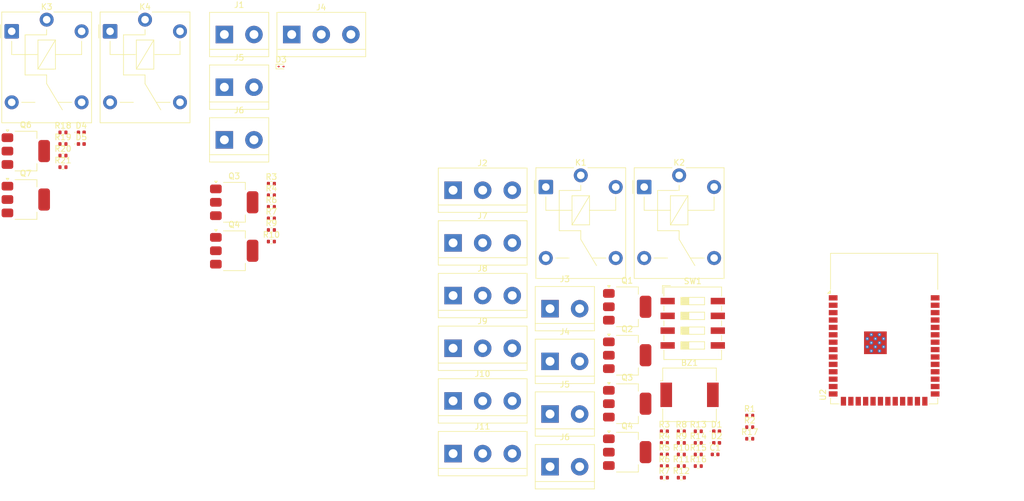
<source format=kicad_pcb>
(kicad_pcb (version 20240108) (generator "pcbnew") (generator_version "8.0")
  (layers (0 "F.Cu" signal) (31 "B.Cu" signal) (34 "B.Paste" user) (35 "F.Paste" user) (36 "B.SilkS" user "B.Silkscreen") (37 "F.SilkS" user "F.Silkscreen") (38 "B.Mask" user) (39 "F.Mask" user) (44 "Edge.Cuts" user))
  (net 0 "")
  (net 1 "Net-(BZ1--)")
  (net 2 "+5V")
  (net 3 "GND")
  (net 4 "Net-(D1-A)")
  (net 5 "Net-(D2-A)")
  (net 6 "Net-(J2-Pin_3)")
  (net 7 "Net-(J2-Pin_2)")
  (net 8 "PP")
  (net 9 "Net-(J4-Pin_1)")
  (net 10 "M2")
  (net 11 "M1")
  (net 12 "FTC")
  (net 13 "Net-(D4-A)")
  (net 14 "Net-(D5-A)")
  (net 18 "PP_M")
  (net 19 "KEYA_M")
  (net 20 "KEYC_M")
  (net 21 "/Board_Micro/to_Light")
  (net 22 "/Board_Micro/to_Buzzer")
  (net 24 "Net-(Q3-C)")
  (net 25 "Net-(Q4-C)")
  (net 26 "Net-(Q1-B)")
  (net 27 "Net-(Q2-B)")
  (net 28 "Net-(Q3-B)")
  (net 29 "Net-(Q4-B)")
  (net 30 "/Board_Micro/RST")
  (net 31 "VDD")
  (net 32 "KEYA")
  (net 33 "BZZR")
  (net 34 "Light")
  (net 35 "MC")
  (net 36 "MA")
  (net 37 "Net-(U1-D13)")
  (net 38 "Net-(U1-D12)")
  (net 39 "Net-(U1-D14)")
  (net 40 "Net-(U1-D27)")
  (net 77 "LSC_M")
  (net 78 "LSA_M")
  (net 79 "FTC_M")
  (net 80 "/Board_Micro/MOTOR_RIGHT")
  (net 81 "/Board_Micro/MOTOR_LEFT")
  (net 82 "/Board_Micro/motor_driver_rly/MOTOR_MICRO_L")
  (net 83 "Net-(Q6-C)")
  (net 84 "Net-(Q7-C)")
  (net 85 "/Board_Micro/motor_driver_rly/MOTOR_MICRO_R")
  (net 86 "Net-(Q6-B)")
  (net 87 "Net-(Q7-B)")
  (net 88 "Light_from_Micro")
  (net 89 "Bzzr_from_Micro")
  (footprint "TerminalBlock:TerminalBlock_bornier-2_P5.08mm" (layer "F.Cu") (at 65.28 53.1)
    (property "Reference" "J6" (at 2.54 -5.08 0) (layer "F.SilkS"))
    (property "Value" "Buzzer")
    (pad "1" thru_hole rect (at 0 0) (size 3 3) (drill 1.52) (layers "*.Cu" "*.Mask" "In1.Cu" "In2.Cu" "In3.Cu" "In4.Cu" "In5.Cu" "In6.Cu" "In7.Cu" "In8.Cu" "In9.Cu" "In10.Cu" "In11.Cu" "In12.Cu" "In13.Cu" "In14.Cu" "In15.Cu" "In16.Cu" "In17.Cu" "In18.Cu" "In19.Cu" "In20.Cu" "In21.Cu" "In22.Cu" "In23.Cu" "In24.Cu" "In25.Cu" "In26.Cu" "In27.Cu" "In28.Cu" "In29.Cu" "In30.Cu") (net 22 "/Board_Micro/to_Buzzer"))
    (pad "2" thru_hole circle (at 5.08 0) (size 3 3) (drill 1.52) (layers "*.Cu" "*.Mask" "In1.Cu" "In2.Cu" "In3.Cu" "In4.Cu" "In5.Cu" "In6.Cu" "In7.Cu" "In8.Cu" "In9.Cu" "In10.Cu" "In11.Cu" "In12.Cu" "In13.Cu" "In14.Cu" "In15.Cu" "In16.Cu" "In17.Cu" "In18.Cu" "In19.Cu" "In20.Cu" "In21.Cu" "In22.Cu" "In23.Cu" "In24.Cu" "In25.Cu" "In26.Cu" "In27.Cu" "In28.Cu" "In29.Cu" "In30.Cu") (net 31 "VDD"))
  )
  (footprint "Capacitor_SMD:C_0402_1005Metric" (layer "F.Cu") (at 149.505 107.14)
    (property "Reference" "C1" (at 0 -1.16 0) (layer "F.SilkS"))
    (property "Value" "22u")
    (pad "1" smd roundrect (at -0.48 0) (size 0.56 0.62) (layers "F.Cu" "F.Paste" "F.Mask") (net 2 "+5V"))
    (pad "2" smd roundrect (at 0.48 0) (size 0.56 0.62) (layers "F.Cu" "F.Paste" "F.Mask") (net 3 "GND"))
  )
  (footprint "Resistor_SMD:R_0402_1005Metric" (layer "F.Cu") (at 73.35 66.59)
    (property "Reference" "R7" (at 0 -1.17 0) (layer "F.SilkS"))
    (property "Value" "1k")
    (pad "1" smd roundrect (at -0.51 0) (size 0.54 0.64) (layers "F.Cu" "F.Paste" "F.Mask") (net 19 "KEYA_M"))
    (pad "2" smd roundrect (at 0.51 0) (size 0.54 0.64) (layers "F.Cu" "F.Paste" "F.Mask") (net 31 "VDD"))
  )
  (footprint "TerminalBlock:TerminalBlock_bornier-3_P5.08mm" (layer "F.Cu") (at 104.535 88.9)
    (property "Reference" "J9" (at 5.05 -4.65 0) (layer "F.SilkS"))
    (property "Value" "idk2")
    (pad "1" thru_hole rect (at 0 0) (size 3 3) (drill 1.52) (layers "*.Cu" "*.Mask" "In1.Cu" "In2.Cu" "In3.Cu" "In4.Cu" "In5.Cu" "In6.Cu" "In7.Cu" "In8.Cu" "In9.Cu" "In10.Cu" "In11.Cu" "In12.Cu" "In13.Cu" "In14.Cu" "In15.Cu" "In16.Cu" "In17.Cu" "In18.Cu" "In19.Cu" "In20.Cu" "In21.Cu" "In22.Cu" "In23.Cu" "In24.Cu" "In25.Cu" "In26.Cu" "In27.Cu" "In28.Cu" "In29.Cu" "In30.Cu"))
    (pad "2" thru_hole circle (at 5.08 0) (size 3 3) (drill 1.52) (layers "*.Cu" "*.Mask" "In1.Cu" "In2.Cu" "In3.Cu" "In4.Cu" "In5.Cu" "In6.Cu" "In7.Cu" "In8.Cu" "In9.Cu" "In10.Cu" "In11.Cu" "In12.Cu" "In13.Cu" "In14.Cu" "In15.Cu" "In16.Cu" "In17.Cu" "In18.Cu" "In19.Cu" "In20.Cu" "In21.Cu" "In22.Cu" "In23.Cu" "In24.Cu" "In25.Cu" "In26.Cu" "In27.Cu" "In28.Cu" "In29.Cu" "In30.Cu"))
    (pad "3" thru_hole circle (at 10.16 0) (size 3 3) (drill 1.52) (layers "*.Cu" "*.Mask" "In1.Cu" "In2.Cu" "In3.Cu" "In4.Cu" "In5.Cu" "In6.Cu" "In7.Cu" "In8.Cu" "In9.Cu" "In10.Cu" "In11.Cu" "In12.Cu" "In13.Cu" "In14.Cu" "In15.Cu" "In16.Cu" "In17.Cu" "In18.Cu" "In19.Cu" "In20.Cu" "In21.Cu" "In22.Cu" "In23.Cu" "In24.Cu" "In25.Cu" "In26.Cu" "In27.Cu" "In28.Cu" "In29.Cu" "In30.Cu"))
  )
  (footprint "Resistor_SMD:R_0402_1005Metric" (layer "F.Cu") (at 37.58 51.82)
    (property "Reference" "R18" (at 0 -1.17 0) (layer "F.SilkS"))
    (property "Value" "1k")
    (pad "1" smd roundrect (at -0.51 0) (size 0.54 0.64) (layers "F.Cu" "F.Paste" "F.Mask") (net 81 "/Board_Micro/MOTOR_LEFT"))
    (pad "2" smd roundrect (at 0.51 0) (size 0.54 0.64) (layers "F.Cu" "F.Paste" "F.Mask") (net 86 "Net-(Q6-B)"))
  )
  (footprint "Resistor_SMD:R_0402_1005Metric" (layer "F.Cu") (at 140.795 103.17)
    (property "Reference" "R3" (at 0 -1.17 0) (layer "F.SilkS"))
    (property "Value" "1k")
    (pad "1" smd roundrect (at -0.51 0) (size 0.54 0.64) (layers "F.Cu" "F.Paste" "F.Mask") (net 6 "Net-(J2-Pin_3)"))
    (pad "2" smd roundrect (at 0.51 0) (size 0.54 0.64) (layers "F.Cu" "F.Paste" "F.Mask") (net 32 "KEYA"))
  )
  (footprint "Resistor_SMD:R_0402_1005Metric" (layer "F.Cu") (at 37.58 55.8)
    (property "Reference" "R20" (at 0 -1.17 0) (layer "F.SilkS"))
    (property "Value" "1k")
    (pad "1" smd roundrect (at -0.51 0) (size 0.54 0.64) (layers "F.Cu" "F.Paste" "F.Mask") (net 80 "/Board_Micro/MOTOR_RIGHT"))
    (pad "2" smd roundrect (at 0.51 0) (size 0.54 0.64) (layers "F.Cu" "F.Paste" "F.Mask") (net 87 "Net-(Q7-B)"))
  )
  (footprint "TerminalBlock:TerminalBlock_bornier-2_P5.08mm" (layer "F.Cu") (at 65.28 44.05)
    (property "Reference" "J5" (at 2.54 -5.08 0) (layer "F.SilkS"))
    (property "Value" "Light")
    (pad "1" thru_hole rect (at 0 0) (size 3 3) (drill 1.52) (layers "*.Cu" "*.Mask" "In1.Cu" "In2.Cu" "In3.Cu" "In4.Cu" "In5.Cu" "In6.Cu" "In7.Cu" "In8.Cu" "In9.Cu" "In10.Cu" "In11.Cu" "In12.Cu" "In13.Cu" "In14.Cu" "In15.Cu" "In16.Cu" "In17.Cu" "In18.Cu" "In19.Cu" "In20.Cu" "In21.Cu" "In22.Cu" "In23.Cu" "In24.Cu" "In25.Cu" "In26.Cu" "In27.Cu" "In28.Cu" "In29.Cu" "In30.Cu") (net 21 "/Board_Micro/to_Light"))
    (pad "2" thru_hole circle (at 5.08 0) (size 3 3) (drill 1.52) (layers "*.Cu" "*.Mask" "In1.Cu" "In2.Cu" "In3.Cu" "In4.Cu" "In5.Cu" "In6.Cu" "In7.Cu" "In8.Cu" "In9.Cu" "In10.Cu" "In11.Cu" "In12.Cu" "In13.Cu" "In14.Cu" "In15.Cu" "In16.Cu" "In17.Cu" "In18.Cu" "In19.Cu" "In20.Cu" "In21.Cu" "In22.Cu" "In23.Cu" "In24.Cu" "In25.Cu" "In26.Cu" "In27.Cu" "In28.Cu" "In29.Cu" "In30.Cu") (net 31 "VDD"))
  )
  (footprint "Resistor_SMD:R_0402_1005Metric" (layer "F.Cu") (at 73.35 64.6)
    (property "Reference" "R6" (at 0 -1.17 0) (layer "F.SilkS"))
    (property "Value" "1k")
    (pad "1" smd roundrect (at -0.51 0) (size 0.54 0.64) (layers "F.Cu" "F.Paste" "F.Mask") (net 20 "KEYC_M"))
    (pad "2" smd roundrect (at 0.51 0) (size 0.54 0.64) (layers "F.Cu" "F.Paste" "F.Mask") (net 31 "VDD"))
  )
  (footprint "LED_SMD:LED_0402_1005Metric" (layer "F.Cu") (at 149.76 103.17)
    (property "Reference" "D1" (at 0 -1.17 0) (layer "F.SilkS"))
    (property "Value" "CLOSED LED")
    (pad "1" smd roundrect (at -0.485 0) (size 0.59 0.64) (layers "F.Cu" "F.Paste" "F.Mask") (net 3 "GND"))
    (pad "2" smd roundrect (at 0.485 0) (size 0.59 0.64) (layers "F.Cu" "F.Paste" "F.Mask") (net 4 "Net-(D1-A)"))
  )
  (footprint "TerminalBlock:TerminalBlock_bornier-3_P5.08mm" (layer "F.Cu") (at 104.535 61.75)
    (property "Reference" "J2" (at 5.05 -4.65 0) (layer "F.SilkS"))
    (property "Value" "KEY")
    (pad "1" thru_hole rect (at 0 0) (size 3 3) (drill 1.52) (layers "*.Cu" "*.Mask" "In1.Cu" "In2.Cu" "In3.Cu" "In4.Cu" "In5.Cu" "In6.Cu" "In7.Cu" "In8.Cu" "In9.Cu" "In10.Cu" "In11.Cu" "In12.Cu" "In13.Cu" "In14.Cu" "In15.Cu" "In16.Cu" "In17.Cu" "In18.Cu" "In19.Cu" "In20.Cu" "In21.Cu" "In22.Cu" "In23.Cu" "In24.Cu" "In25.Cu" "In26.Cu" "In27.Cu" "In28.Cu" "In29.Cu" "In30.Cu") (net 3 "GND"))
    (pad "2" thru_hole circle (at 5.08 0) (size 3 3) (drill 1.52) (layers "*.Cu" "*.Mask" "In1.Cu" "In2.Cu" "In3.Cu" "In4.Cu" "In5.Cu" "In6.Cu" "In7.Cu" "In8.Cu" "In9.Cu" "In10.Cu" "In11.Cu" "In12.Cu" "In13.Cu" "In14.Cu" "In15.Cu" "In16.Cu" "In17.Cu" "In18.Cu" "In19.Cu" "In20.Cu" "In21.Cu" "In22.Cu" "In23.Cu" "In24.Cu" "In25.Cu" "In26.Cu" "In27.Cu" "In28.Cu" "In29.Cu" "In30.Cu") (net 7 "Net-(J2-Pin_2)"))
    (pad "3" thru_hole circle (at 10.16 0) (size 3 3) (drill 1.52) (layers "*.Cu" "*.Mask" "In1.Cu" "In2.Cu" "In3.Cu" "In4.Cu" "In5.Cu" "In6.Cu" "In7.Cu" "In8.Cu" "In9.Cu" "In10.Cu" "In11.Cu" "In12.Cu" "In13.Cu" "In14.Cu" "In15.Cu" "In16.Cu" "In17.Cu" "In18.Cu" "In19.Cu" "In20.Cu" "In21.Cu" "In22.Cu" "In23.Cu" "In24.Cu" "In25.Cu" "In26.Cu" "In27.Cu" "In28.Cu" "In29.Cu" "In30.Cu") (net 6 "Net-(J2-Pin_3)"))
  )
  (footprint "Resistor_SMD:R_0402_1005Metric" (layer "F.Cu") (at 155.445 100.47)
    (property "Reference" "R1" (at 0 -1.17 0) (layer "F.SilkS"))
    (property "Value" "22k")
    (pad "1" smd roundrect (at -0.51 0) (size 0.54 0.64) (layers "F.Cu" "F.Paste" "F.Mask") (net 30 "/Board_Micro/RST"))
    (pad "2" smd roundrect (at 0.51 0) (size 0.54 0.64) (layers "F.Cu" "F.Paste" "F.Mask") (net 31 "VDD"))
  )
  (footprint "Resistor_SMD:R_0402_1005Metric" (layer "F.Cu") (at 146.615 107.15)
    (property "Reference" "R15" (at 0 -1.17 0) (layer "F.SilkS"))
    (property "Value" "1k")
    (pad "1" smd roundrect (at -0.51 0) (size 0.54 0.64) (layers "F.Cu" "F.Paste" "F.Mask") (net 32 "KEYA"))
    (pad "2" smd roundrect (at 0.51 0) (size 0.54 0.64) (layers "F.Cu" "F.Paste" "F.Mask") (net 39 "Net-(U1-D14)"))
  )
  (footprint "Resistor_SMD:R_0402_1005Metric" (layer "F.Cu") (at 146.615 105.16)
    (property "Reference" "R14" (at 0 -1.17 0) (layer "F.SilkS"))
    (property "Value" "1k")
    (pad "1" smd roundrect (at -0.51 0) (size 0.54 0.64) (layers "F.Cu" "F.Paste" "F.Mask") (net 32 "KEYA"))
    (pad "2" smd roundrect (at 0.51 0) (size 0.54 0.64) (layers "F.Cu" "F.Paste" "F.Mask") (net 38 "Net-(U1-D12)"))
  )
  (footprint "Resistor_SMD:R_0402_1005Metric" (layer "F.Cu") (at 155.445 104.45)
    (property "Reference" "R17" (at 0 -1.17 0) (layer "F.SilkS"))
    (property "Value" "1k")
    (pad "1" smd roundrect (at -0.51 0) (size 0.54 0.64) (layers "F.Cu" "F.Paste" "F.Mask") (net 78 "LSA_M"))
    (pad "2" smd roundrect (at 0.51 0) (size 0.54 0.64) (layers "F.Cu" "F.Paste" "F.Mask") (net 31 "VDD"))
  )
  (footprint "Resistor_SMD:R_0402_1005Metric" (layer "F.Cu") (at 143.705 109.14)
    (property "Reference" "R11" (at 0 -1.17 0) (layer "F.SilkS"))
    (property "Value" "1k")
    (pad "1" smd roundrect (at -0.51 0) (size 0.54 0.64) (layers "F.Cu" "F.Paste" "F.Mask") (net 36 "MA"))
    (pad "2" smd roundrect (at 0.51 0) (size 0.54 0.64) (layers "F.Cu" "F.Paste" "F.Mask") (net 29 "Net-(Q4-B)"))
  )
  (footprint "Resistor_SMD:R_0402_1005Metric" (layer "F.Cu") (at 143.705 105.16)
    (property "Reference" "R9" (at 0 -1.17 0) (layer "F.SilkS"))
    (property "Value" "220")
    (pad "1" smd roundrect (at -0.51 0) (size 0.54 0.64) (layers "F.Cu" "F.Paste" "F.Mask") (net 4 "Net-(D1-A)"))
    (pad "2" smd roundrect (at 0.51 0) (size 0.54 0.64) (layers "F.Cu" "F.Paste" "F.Mask") (net 35 "MC"))
  )
  (footprint "TerminalBlock:TerminalBlock_bornier-2_P5.08mm" (layer "F.Cu") (at 121.175 82.1)
    (property "Reference" "J3" (at 2.54 -5.08 0) (layer "F.SilkS"))
    (property "Value" "PP")
    (pad "1" thru_hole rect (at 0 0) (size 3 3) (drill 1.52) (layers "*.Cu" "*.Mask" "In1.Cu" "In2.Cu" "In3.Cu" "In4.Cu" "In5.Cu" "In6.Cu" "In7.Cu" "In8.Cu" "In9.Cu" "In10.Cu" "In11.Cu" "In12.Cu" "In13.Cu" "In14.Cu" "In15.Cu" "In16.Cu" "In17.Cu" "In18.Cu" "In19.Cu" "In20.Cu" "In21.Cu" "In22.Cu" "In23.Cu" "In24.Cu" "In25.Cu" "In26.Cu" "In27.Cu" "In28.Cu" "In29.Cu" "In30.Cu") (net 3 "GND"))
    (pad "2" thru_hole circle (at 5.08 0) (size 3 3) (drill 1.52) (layers "*.Cu" "*.Mask" "In1.Cu" "In2.Cu" "In3.Cu" "In4.Cu" "In5.Cu" "In6.Cu" "In7.Cu" "In8.Cu" "In9.Cu" "In10.Cu" "In11.Cu" "In12.Cu" "In13.Cu" "In14.Cu" "In15.Cu" "In16.Cu" "In17.Cu" "In18.Cu" "In19.Cu" "In20.Cu" "In21.Cu" "In22.Cu" "In23.Cu" "In24.Cu" "In25.Cu" "In26.Cu" "In27.Cu" "In28.Cu" "In29.Cu" "In30.Cu") (net 8 "PP"))
  )
  (footprint "Resistor_SMD:R_0402_1005Metric" (layer "F.Cu") (at 140.795 107.15)
    (property "Reference" "R5" (at 0 -1.17 0) (layer "F.SilkS"))
    (property "Value" "1k")
    (pad "1" smd roundrect (at -0.51 0) (size 0.54 0.64) (layers "F.Cu" "F.Paste" "F.Mask") (net 32 "KEYA"))
    (pad "2" smd roundrect (at 0.51 0) (size 0.54 0.64) (layers "F.Cu" "F.Paste" "F.Mask") (net 8 "PP"))
  )
  (footprint "Package_TO_SOT_SMD:SOT-223-3_TabPin2" (layer "F.Cu") (at 66.97 72.15)
    (property "Reference" "Q4" (at 0 -4.5 0) (layer "F.SilkS"))
    (property "Value" "PNP")
    (pad "1" smd roundrect (at -3.15 -2.3) (size 2 1.5) (layers "F.Cu" "F.Paste" "F.Mask") (net 29 "Net-(Q4-B)"))
    (pad "2" smd roundrect (at -3.15 0) (size 2 1.5) (layers "F.Cu" "F.Paste" "F.Mask") (net 22 "/Board_Micro/to_Buzzer"))
    (pad "2" smd roundrect (at 3.15 0) (size 2 3.8) (layers "F.Cu" "F.Paste" "F.Mask") (net 22 "/Board_Micro/to_Buzzer"))
    (pad "3" smd roundrect (at -3.15 2.3) (size 2 1.5) (layers "F.Cu" "F.Paste" "F.Mask") (net 3 "GND"))
  )
  (footprint "RF_Module:ESP32-S3-WROOM-1" (layer "F.Cu") (at 178.515 85.5)
    (property "Reference" "U2" (at -10.5 11.4 90) (layer "F.SilkS"))
    (property "Value" "ESP32-S3-WROOM-1")
    (pad "1" smd rect (at -8.75 -5.26) (size 1.5 0.9) (layers "F.Cu" "F.Paste" "F.Mask") (net 3 "GND"))
    (pad "2" smd rect (at -8.75 -3.99) (size 1.5 0.9) (layers "F.Cu" "F.Paste" "F.Mask") (net 31 "VDD"))
    (pad "3" smd rect (at -8.75 -2.72) (size 1.5 0.9) (layers "F.Cu" "F.Paste" "F.Mask") (net 30 "/Board_Micro/RST"))
    (pad "4" smd rect (at -8.75 -1.45) (size 1.5 0.9) (layers "F.Cu" "F.Paste" "F.Mask"))
    (pad "5" smd rect (at -8.75 -0.18) (size 1.5 0.9) (layers "F.Cu" "F.Paste" "F.Mask"))
    (pad "6" smd rect (at -8.75 1.09) (size 1.5 0.9) (layers "F.Cu" "F.Paste" "F.Mask"))
    (pad "7" smd rect (at -8.75 2.36) (size 1.5 0.9) (layers "F.Cu" "F.Paste" "F.Mask"))
    (pad "8" smd rect (at -8.75 3.63) (size 1.5 0.9) (layers "F.Cu" "F.Paste" "F.Mask"))
    (pad "9" smd rect (at -8.75 4.9) (size 1.5 0.9) (layers "F.Cu" "F.Paste" "F.Mask"))
    (pad "10" smd rect (at -8.75 6.17) (size 1.5 0.9) (layers "F.Cu" "F.Paste" "F.Mask"))
    (pad "11" smd rect (at -8.75 7.44) (size 1.5 0.9) (layers "F.Cu" "F.Paste" "F.Mask"))
    (pad "12" smd rect (at -8.75 8.71) (size 1.5 0.9) (layers "F.Cu" "F.Paste" "F.Mask"))
    (pad "13" smd rect (at -8.75 9.98) (size 1.5 0.9) (layers "F.Cu" "F.Paste" "F.Mask"))
    (pad "14" smd rect (at -8.75 11.25 180) (size 1.5 0.9) (layers "F.Cu" "F.Paste" "F.Mask"))
    (pad "15" smd rect (at -6.985 12.5 270) (size 1.5 0.9) (layers "F.Cu" "F.Paste" "F.Mask"))
    (pad "16" smd rect (at -5.715 12.5 270) (size 1.5 0.9) (layers "F.Cu" "F.Paste" "F.Mask"))
    (pad "17" smd rect (at -4.445 12.5 270) (size 1.5 0.9) (layers "F.Cu" "F.Paste" "F.Mask"))
    (pad "18" smd rect (at -3.175 12.5 270) (size 1.5 0.9) (layers "F.Cu" "F.Paste" "F.Mask"))
    (pad "19" smd rect (at -1.905 12.5 270) (size 1.5 0.9) (layers "F.Cu" "F.Paste" "F.Mask"))
    (pad "20" smd rect (at -0.635 12.5 270) (size 1.5 0.9) (layers "F.Cu" "F.Paste" "F.Mask"))
    (pad "21" smd rect (at 0.635 12.5 270) (size 1.5 0.9) (layers "F.Cu" "F.Paste" "F.Mask"))
    (pad "22" smd rect (at 1.905 12.5 270) (size 1.5 0.9) (layers "F.Cu" "F.Paste" "F.Mask"))
    (pad "23" smd rect (at 3.175 12.5 270) (size 1.5 0.9) (layers "F.Cu" "F.Paste" "F.Mask"))
    (pad "24" smd rect (at 4.445 12.5 270) (size 1.5 0.9) (layers "F.Cu" "F.Paste" "F.Mask"))
    (pad "25" smd rect (at 5.715 12.5 270) (size 1.5 0.9) (layers "F.Cu" "F.Paste" "F.Mask"))
    (pad "26" smd rect (at 6.985 12.5 270) (size 1.5 0.9) (layers "F.Cu" "F.Paste" "F.Mask"))
    (pad "27" smd rect (at 8.75 11.25) (size 1.5 0.9) (layers "F.Cu" "F.Paste" "F.Mask"))
    (pad "28" smd rect (at 8.75 9.98) (size 1.5 0.9) (layers "F.Cu" "F.Paste" "F.Mask"))
    (pad "29" smd rect (at 8.75 8.71) (size 1.5 0.9) (layers "F.Cu" "F.Paste" "F.Mask"))
    (pad "30" smd rect (at 8.75 7.44) (size 1.5 0.9) (layers "F.Cu" "F.Paste" "F.Mask"))
    (pad "31" smd rect (at 8.75 6.17) (size 1.5 0.9) (layers "F.Cu" "F.Paste" "F.Mask"))
    (pad "32" smd rect (at 8.75 4.9) (size 1.5 0.9) (layers "F.Cu" "F.Paste" "F.Mask"))
    (pad "33" smd rect (at 8.75 3.63) (size 1.5 0.9) (layers "F.Cu" "F.Paste" "F.Mask"))
    (pad "34" smd rect (at 8.75 2.36) (size 1.5 0.9) (layers "F.Cu" "F.Paste" "F.Mask"))
    (pad "35" smd rect (at 8.75 1.09) (size 1.5 0.9) (layers "F.Cu" "F.Paste" "F.Mask"))
    (pad "36" smd rect (at 8.75 -0.18) (size 1.5 0.9) (layers "F.Cu" "F.Paste" "F.Mask"))
    (pad "37" smd rect (at 8.75 -1.45) (size 1.5 0.9) (layers "F.Cu" "F.Paste" "F.Mask"))
    (pad "38" smd rect (at 8.75 -2.72) (size 1.5 0.9) (layers "F.Cu" "F.Paste" "F.Mask"))
    (pad "39" smd rect (at 8.75 -3.99) (size 1.5 0.9) (layers "F.Cu" "F.Paste" "F.Mask"))
    (pad "40" smd rect (at 8.75 -5.26) (size 1.5 0.9) (layers "F.Cu" "F.Paste" "F.Mask") (net 3 "GND"))
    (pad "41" thru_hole circle (at -2.9 1.76 90) (size 0.6 0.6) (drill 0.2) (property pad_prop_heatsink) (layers "*.Cu" "In1.Cu" "In2.Cu" "In3.Cu" "In4.Cu" "In5.Cu" "In6.Cu" "In7.Cu" "In8.Cu" "In9.Cu" "In10.Cu" "In11.Cu" "In12.Cu" "In13.Cu" "In14.Cu" "In15.Cu" "In16.Cu" "In17.Cu" "In18.Cu" "In19.Cu" "In20.Cu" "In21.Cu" "In22.Cu" "In23.Cu" "In24.Cu" "In25.Cu" "In26.Cu" "In27.Cu" "In28.Cu" "In29.Cu" "In30.Cu" "F.Mask") (net 3 "GND"))
    (pad "41" thru_hole circle (at -2.9 3.16) (size 0.6 0.6) (drill 0.2) (property pad_prop_heatsink) (layers "*.Cu" "In1.Cu" "In2.Cu" "In3.Cu" "In4.Cu" "In5.Cu" "In6.Cu" "In7.Cu" "In8.Cu" "In9.Cu" "In10.Cu" "In11.Cu" "In12.Cu" "In13.Cu" "In14.Cu" "In15.Cu" "In16.Cu" "In17.Cu" "In18.Cu" "In19.Cu" "In20.Cu" "In21.Cu" "In22.Cu" "In23.Cu" "In24.Cu" "In25.Cu" "In26.Cu" "In27.Cu" "In28.Cu" "In29.Cu" "In30.Cu" "F.Mask") (net 3 "GND"))
    (pad "41" thru_hole circle (at -2.2 1.06) (size 0.6 0.6) (drill 0.2) (property pad_prop_heatsink) (layers "*.Cu" "In1.Cu" "In2.Cu" "In3.Cu" "In4.Cu" "In5.Cu" "In6.Cu" "In7.Cu" "In8.Cu" "In9.Cu" "In10.Cu" "In11.Cu" "In12.Cu" "In13.Cu" "In14.Cu" "In15.Cu" "In16.Cu" "In17.Cu" "In18.Cu" "In19.Cu" "In20.Cu" "In21.Cu" "In22.Cu" "In23.Cu" "In24.Cu" "In25.Cu" "In26.Cu" "In27.Cu" "In28.Cu" "In29.Cu" "In30.Cu" "F.Mask") (net 3 "GND"))
    (pad "41" thru_hole circle (at -2.2 2.46) (size 0.6 0.6) (drill 0.2) (property pad_prop_heatsink) (layers "*.Cu" "In1.Cu" "In2.Cu" "In3.Cu" "In4.Cu" "In5.Cu" "In6.Cu" "In7.Cu" "In8.Cu" "In9.Cu" "In10.Cu" "In11.Cu" "In12.Cu" "In13.Cu" "In14.Cu" "In15.Cu" "In16.Cu" "In17.Cu" "In18.Cu" "In19.Cu" "In20.Cu" "In21.Cu" "In22.Cu" "In23.Cu" "In24.Cu" "In25.Cu" "In26.Cu" "In27.Cu" "In28.Cu" "In29.Cu" "In30.Cu" "F.Mask") (net 3 "GND"))
    (pad "41" thru_hole circle (at -2.2 3.86) (size 0.6 0.6) (drill 0.2) (property pad_prop_heatsink) (layers "*.Cu" "In1.Cu" "In2.Cu" "In3.Cu" "In4.Cu" "In5.Cu" "In6.Cu" "In7.Cu" "In8.Cu" "In9.Cu" "In10.Cu" "In11.Cu" "In12.Cu" "In13.Cu" "In14.Cu" "In15.Cu" "In16.Cu" "In17.Cu" "In18.Cu" "In19.Cu" "In20.Cu" "In21.Cu" "In22.Cu" "In23.Cu" "In24.Cu" "In25.Cu" "In26.Cu" "In27.Cu" "In28.Cu" "In29.Cu" "In30.Cu" "F.Mask") (net 3 "GND"))
    (pad "41" thru_hole circle (at -1.5 1.76) (size 0.6 0.6) (drill 0.2) (property pad_prop_heatsink) (layers "*.Cu" "In1.Cu" "In2.Cu" "In3.Cu" "In4.Cu" "In5.Cu" "In6.Cu" "In7.Cu" "In8.Cu" "In9.Cu" "In10.Cu" "In11.Cu" "In12.Cu" "In13.Cu" "In14.Cu" "In15.Cu" "In16.Cu" "In17.Cu" "In18.Cu" "In19.Cu" "In20.Cu" "In21.Cu" "In22.Cu" "In23.Cu" "In24.Cu" "In25.Cu" "In26.Cu" "In27.Cu" "In28.Cu" "In29.Cu" "In30.Cu" "F.Mask") (net 3 "GND"))
    (pad "41" smd rect (at -1.5 2.46 270) (size 3.9 3.9) (property pad_prop_heatsink) (layers "F.Cu" "F.Mask") (net 3 "GND"))
    (pad "41" thru_hole circle (at -1.5 3.16) (size 0.6 0.6) (drill 0.2) (property pad_prop_heatsink) (layers "*.Cu" "In1.Cu" "In2.Cu" "In3.Cu" "In4.Cu" "In5.Cu" "In6.Cu" "In7.Cu" "In8.Cu" "In9.Cu" "In10.Cu" "In11.Cu" "In12.Cu" "In13.Cu" "In14.Cu" "In15.Cu" "In16.Cu" "In17.Cu" "In18.Cu" "In19.Cu" "In20.Cu" "In21.Cu" "In22.Cu" "In23.Cu" "In24.Cu" "In25.Cu" "In26.Cu" "In27.Cu" "In28.Cu" "In29.Cu" "In30.Cu" "F.Mask") (net 3 "GND"))
    (pad "41" thru_hole circle (at -0.8 1.06) (size 0.6 0.6) (drill 0.2) (property pad_prop_heatsink) (layers "*.Cu" "In1.Cu" "In2.Cu" "In3.Cu" "In4.Cu" "In5.Cu" "In6.Cu" "In7.Cu" "In8.Cu" "In9.Cu" "In10.Cu" "In11.Cu" "In12.Cu" "In13.Cu" "In14.Cu" "In15.Cu" "In16.Cu" "In17.Cu" "In18.Cu" "In19.Cu" "In20.Cu" "In21.Cu" "In22.Cu" "In23.Cu" "In24.Cu" "In25.Cu" "In26.Cu" "In27.Cu" "In28.Cu" "In29.Cu" "In30.Cu" "F.Mask") (net 3 "GND"))
    (pad "41" thru_hole circle (at -0.8 2.46) (size 0.6 0.6) (drill 0.2) (property pad_prop_heatsink) (layers "*.Cu" "In1.Cu" "In2.Cu" "In3.Cu" "In4.Cu" "In5.Cu" "In6.Cu" "In7.Cu" "In8.Cu" "In9.Cu" "In10.Cu" "In11.Cu" "In12.Cu" "In13.Cu" "In14.Cu" "In15.Cu" "In16.Cu" "In17.Cu" "In18.Cu" "In19.Cu" "In20.Cu" "In21.Cu" "In22.Cu" "In23.Cu" "In24.Cu" "In25.Cu" "In26.Cu" "In27.Cu" "In28.Cu" "In29.Cu" "In30.Cu" "F.Mask") (net 3 "GND"))
    (pad "41" thru_hole circle (at -0.8 3.86) (size 0.6 0.6) (drill 0.2) (property pad_prop_heatsink) (layers "*.Cu" "In1.Cu" "In2.Cu" "In3.Cu" "In4.Cu" "In5.Cu" "In6.Cu" "In7.Cu" "In8.Cu" "In9.Cu" "In10.Cu" "In11.Cu" "In12.Cu" "In13.Cu" "In14.Cu" "In15.Cu" "In16.Cu" "In17.Cu" "In18.Cu" "In19.Cu" "In20.Cu" "In21.Cu" "In22.Cu" "In23.Cu" "In24.Cu" "In25.Cu" "In26.Cu" "In27.Cu" "In28.Cu" "In29.Cu" "In30.Cu" "F.Mask") (net 3 "GND"))
    (pad "41" thru_hole circle (at -0.1 1.76) (size 0.6 0.6) (drill 0.2) (property pad_prop_heatsink) (layers "*.Cu" "In1.Cu" "In2.Cu" "In3.Cu" "In4.Cu" "In5.Cu" "In6.Cu" "In7.Cu" "In8.Cu" "In9.Cu" "In10.Cu" "In11.Cu" "In12.Cu" "In13.Cu" "In14.Cu" "In15.Cu" "In16.Cu" "In17.Cu" "In18.Cu" "In19.Cu" "In20.Cu" "In21.Cu" "In22.Cu" "In23.Cu" "In24.Cu" "In25.Cu" "In26.Cu" "In27.Cu" "In28.Cu" "In29.Cu" "In30.Cu" "F.Mask") (net 3 "GND"))
    (pad "41" thru_hole circle (at -0.1 3.16) (size 0.6 0.6) (drill 0.2) (property pad_prop_heatsink) (layers "*.Cu" "In1.Cu" "In2.Cu" "In3.Cu" "In4.Cu" "In5.Cu" "In6.Cu" "In7.Cu" "In8.Cu" "In9.Cu" "In10.Cu" "In11.Cu" "In12.Cu" "In13.Cu" "In14.Cu" "In15.Cu" "In16.Cu" "In17.Cu" "In18.Cu" "In19.Cu" "In20.Cu" "In21.Cu" "In22.Cu" "In23.Cu" "In24.Cu" "In25.Cu" "In26.Cu" "In27.Cu" "In28.Cu" "In29.Cu" "In30.Cu" "F.Mask") (net 3 "GND"))
  )
  (footprint "Package_TO_SOT_SMD:SOT-223-3_TabPin2" (layer "F.Cu") (at 31.2 63.35)
    (property "Reference" "Q7" (at 0 -4.5 0) (layer "F.SilkS"))
    (property "Value" "PNP")
    (pad "1" smd roundrect (at -3.15 -2.3) (size 2 1.5) (layers "F.Cu" "F.Paste" "F.Mask") (net 87 "Net-(Q7-B)"))
    (pad "2" smd roundrect (at -3.15 0) (size 2 1.5) (layers "F.Cu" "F.Paste" "F.Mask") (net 84 "Net-(Q7-C)"))
    (pad "2" smd roundrect (at 3.15 0) (size 2 3.8) (layers "F.Cu" "F.Paste" "F.Mask") (net 84 "Net-(Q7-C)"))
    (pad "3" smd roundrect (at -3.15 2.3) (size 2 1.5) (layers "F.Cu" "F.Paste" "F.Mask") (net 3 "GND"))
  )
  (footprint "Resistor_SMD:R_0402_1005Metric" (layer "F.Cu") (at 146.615 109.14)
    (property "Reference" "R16" (at 0 -1.17 0) (layer "F.SilkS"))
    (property "Value" "1k")
    (pad "1" smd roundrect (at -0.51 0) (size 0.54 0.64) (layers "F.Cu" "F.Paste" "F.Mask") (net 32 "KEYA"))
    (pad "2" smd roundrect (at 0.51 0) (size 0.54 0.64) (layers "F.Cu" "F.Paste" "F.Mask") (net 40 "Net-(U1-D27)"))
  )
  (footprint "Resistor_SMD:R_0402_1005Metric" (layer "F.Cu") (at 140.795 111.13)
    (property "Reference" "R7" (at 0 -1.17 0) (layer "F.SilkS"))
    (property "Value" "1k")
    (pad "1" smd roundrect (at -0.51 0) (size 0.54 0.64) (layers "F.Cu" "F.Paste" "F.Mask") (net 34 "Light"))
    (pad "2" smd roundrect (at 0.51 0) (size 0.54 0.64) (layers "F.Cu" "F.Paste" "F.Mask") (net 27 "Net-(Q2-B)"))
  )
  (footprint "TerminalBlock:TerminalBlock_bornier-3_P5.08mm" (layer "F.Cu") (at 104.535 107)
    (property "Reference" "J11" (at 5.05 -4.65 0) (layer "F.SilkS"))
    (property "Value" "Motor")
    (pad "1" thru_hole rect (at 0 0) (size 3 3) (drill 1.52) (layers "*.Cu" "*.Mask" "In1.Cu" "In2.Cu" "In3.Cu" "In4.Cu" "In5.Cu" "In6.Cu" "In7.Cu" "In8.Cu" "In9.Cu" "In10.Cu" "In11.Cu" "In12.Cu" "In13.Cu" "In14.Cu" "In15.Cu" "In16.Cu" "In17.Cu" "In18.Cu" "In19.Cu" "In20.Cu" "In21.Cu" "In22.Cu" "In23.Cu" "In24.Cu" "In25.Cu" "In26.Cu" "In27.Cu" "In28.Cu" "In29.Cu" "In30.Cu") (net 80 "/Board_Micro/MOTOR_RIGHT"))
    (pad "2" thru_hole circle (at 5.08 0) (size 3 3) (drill 1.52) (layers "*.Cu" "*.Mask" "In1.Cu" "In2.Cu" "In3.Cu" "In4.Cu" "In5.Cu" "In6.Cu" "In7.Cu" "In8.Cu" "In9.Cu" "In10.Cu" "In11.Cu" "In12.Cu" "In13.Cu" "In14.Cu" "In15.Cu" "In16.Cu" "In17.Cu" "In18.Cu" "In19.Cu" "In20.Cu" "In21.Cu" "In22.Cu" "In23.Cu" "In24.Cu" "In25.Cu" "In26.Cu" "In27.Cu" "In28.Cu" "In29.Cu" "In30.Cu"))
    (pad "3" thru_hole circle (at 10.16 0) (size 3 3) (drill 1.52) (layers "*.Cu" "*.Mask" "In1.Cu" "In2.Cu" "In3.Cu" "In4.Cu" "In5.Cu" "In6.Cu" "In7.Cu" "In8.Cu" "In9.Cu" "In10.Cu" "In11.Cu" "In12.Cu" "In13.Cu" "In14.Cu" "In15.Cu" "In16.Cu" "In17.Cu" "In18.Cu" "In19.Cu" "In20.Cu" "In21.Cu" "In22.Cu" "In23.Cu" "In24.Cu" "In25.Cu" "In26.Cu" "In27.Cu" "In28.Cu" "In29.Cu" "In30.Cu") (net 81 "/Board_Micro/MOTOR_LEFT"))
  )
  (footprint "TerminalBlock:TerminalBlock_bornier-3_P5.08mm" (layer "F.Cu") (at 104.535 97.95)
    (property "Reference" "J10" (at 5.05 -4.65 0) (layer "F.SilkS"))
    (property "Value" "FTC")
    (pad "1" thru_hole rect (at 0 0) (size 3 3) (drill 1.52) (layers "*.Cu" "*.Mask" "In1.Cu" "In2.Cu" "In3.Cu" "In4.Cu" "In5.Cu" "In6.Cu" "In7.Cu" "In8.Cu" "In9.Cu" "In10.Cu" "In11.Cu" "In12.Cu" "In13.Cu" "In14.Cu" "In15.Cu" "In16.Cu" "In17.Cu" "In18.Cu" "In19.Cu" "In20.Cu" "In21.Cu" "In22.Cu" "In23.Cu" "In24.Cu" "In25.Cu" "In26.Cu" "In27.Cu" "In28.Cu" "In29.Cu" "In30.Cu") (net 31 "VDD"))
    (pad "2" thru_hole circle (at 5.08 0) (size 3 3) (drill 1.52) (layers "*.Cu" "*.Mask" "In1.Cu" "In2.Cu" "In3.Cu" "In4.Cu" "In5.Cu" "In6.Cu" "In7.Cu" "In8.Cu" "In9.Cu" "In10.Cu" "In11.Cu" "In12.Cu" "In13.Cu" "In14.Cu" "In15.Cu" "In16.Cu" "In17.Cu" "In18.Cu" "In19.Cu" "In20.Cu" "In21.Cu" "In22.Cu" "In23.Cu" "In24.Cu" "In25.Cu" "In26.Cu" "In27.Cu" "In28.Cu" "In29.Cu" "In30.Cu") (net 79 "FTC_M"))
    (pad "3" thru_hole circle (at 10.16 0) (size 3 3) (drill 1.52) (layers "*.Cu" "*.Mask" "In1.Cu" "In2.Cu" "In3.Cu" "In4.Cu" "In5.Cu" "In6.Cu" "In7.Cu" "In8.Cu" "In9.Cu" "In10.Cu" "In11.Cu" "In12.Cu" "In13.Cu" "In14.Cu" "In15.Cu" "In16.Cu" "In17.Cu" "In18.Cu" "In19.Cu" "In20.Cu" "In21.Cu" "In22.Cu" "In23.Cu" "In24.Cu" "In25.Cu" "In26.Cu" "In27.Cu" "In28.Cu" "In29.Cu" "In30.Cu") (net 3 "GND"))
  )
  (footprint "Resistor_SMD:R_0402_1005Metric" (layer "F.Cu") (at 73.35 68.58)
    (property "Reference" "R9" (at 0 -1.17 0) (layer "F.SilkS"))
    (property "Value" "1k")
    (pad "1" smd roundrect (at -0.51 0) (size 0.54 0.64) (layers "F.Cu" "F.Paste" "F.Mask") (net 88 "Light_from_Micro"))
    (pad "2" smd roundrect (at 0.51 0) (size 0.54 0.64) (layers "F.Cu" "F.Paste" "F.Mask") (net 28 "Net-(Q3-B)"))
  )
  (footprint "Package_TO_SOT_SMD:SOT-223-3_TabPin2" (layer "F.Cu") (at 31.2 55.025)
    (property "Reference" "Q6" (at 0 -4.5 0) (layer "F.SilkS"))
    (property "Value" "PNP")
    (pad "1" smd roundrect (at -3.15 -2.3) (size 2 1.5) (layers "F.Cu" "F.Paste" "F.Mask") (net 86 "Net-(Q6-B)"))
    (pad "2" smd roundrect (at -3.15 0) (size 2 1.5) (layers "F.Cu" "F.Paste" "F.Mask") (net 83 "Net-(Q6-C)"))
    (pad "2" smd roundrect (at 3.15 0) (size 2 3.8) (layers "F.Cu" "F.Paste" "F.Mask") (net 83 "Net-(Q6-C)"))
    (pad "3" smd roundrect (at -3.15 2.3) (size 2 1.5) (layers "F.Cu" "F.Paste" "F.Mask") (net 3 "GND"))
  )
  (footprint "Resistor_SMD:R_0402_1005Metric" (layer "F.Cu") (at 143.705 107.15)
    (property "Reference" "R10" (at 0 -1.17 0) (layer "F.SilkS"))
    (property "Value" "1k")
    (pad "1" smd roundrect (at -0.51 0) (size 0.54 0.64) (layers "F.Cu" "F.Paste" "F.Mask") (net 35 "MC"))
    (pad "2" smd roundrect (at 0.51 0) (size 0.54 0.64) (layers "F.Cu" "F.Paste" "F.Mask") (net 28 "Net-(Q3-B)"))
  )
  (footprint "LED_SMD:LED_0402_1005Metric" (layer "F.Cu") (at 40.725 53.81)
    (property "Reference" "D5" (at 0 -1.17 0) (layer "F.SilkS"))
    (property "Value" "OPEN LED")
    (pad "1" smd roundrect (at -0.485 0) (size 0.59 0.64) (layers "F.Cu" "F.Paste" "F.Mask") (net 3 "GND"))
    (pad "2" smd roundrect (at 0.485 0) (size 0.59 0.64) (layers "F.Cu" "F.Paste" "F.Mask") (net 14 "Net-(D5-A)"))
  )
  (footprint "Resistor_SMD:R_0402_1005Metric" (layer "F.Cu") (at 143.705 103.17)
    (property "Reference" "R8" (at 0 -1.17 0) (layer "F.SilkS"))
    (property "Value" "1k")
    (pad "1" smd roundrect (at -0.51 0) (size 0.54 0.64) (layers "F.Cu" "F.Paste" "F.Mask") (net 32 "KEYA"))
    (pad "2" smd roundrect (at 0.51 0) (size 0.54 0.64) (layers "F.Cu" "F.Paste" "F.Mask") (net 12 "FTC"))
  )
  (footprint "Resistor_SMD:R_0402_1005Metric" (layer "F.Cu") (at 37.58 53.81)
    (property "Reference" "R19" (at 0 -1.17 0) (layer "F.SilkS"))
    (property "Value" "220")
    (pad "1" smd roundrect (at -0.51 0) (size 0.54 0.64) (layers "F.Cu" "F.Paste" "F.Mask") (net 13 "Net-(D4-A)"))
    (pad "2" smd roundrect (at 0.51 0) (size 0.54 0.64) (layers "F.Cu" "F.Paste" "F.Mask") (net 81 "/Board_Micro/MOTOR_LEFT"))
  )
  (footprint "LED_SMD:LED_0402_1005Metric" (layer "F.Cu") (at 40.725 51.82)
    (property "Reference" "D4" (at 0 -1.17 0) (layer "F.SilkS"))
    (property "Value" "CLOSED LED")
    (pad "1" smd roundrect (at -0.485 0) (size 0.59 0.64) (layers "F.Cu" "F.Paste" "F.Mask") (net 3 "GND"))
    (pad "2" smd roundrect (at 0.485 0) (size 0.59 0.64) (layers "F.Cu" "F.Paste" "F.Mask") (net 13 "Net-(D4-A)"))
  )
  (footprint "Resistor_SMD:R_0402_1005Metric" (layer "F.Cu") (at 155.445 102.46)
    (property "Reference" "R2" (at 0 -1.17 0) (layer "F.SilkS"))
    (property "Value" "1k")
    (pad "1" smd roundrect (at -0.51 0) (size 0.54 0.64) (layers "F.Cu" "F.Paste" "F.Mask") (net 31 "VDD"))
    (pad "2" smd roundrect (at 0.51 0) (size 0.54 0.64) (layers "F.Cu" "F.Paste" "F.Mask") (net 77 "LSC_M"))
  )
  (footprint "Resistor_SMD:R_0402_1005Metric" (layer "F.Cu") (at 140.795 105.16)
    (property "Reference" "R4" (at 0 -1.17 0) (layer "F.SilkS"))
    (property "Value" "1k")
    (pad "1" smd roundrect (at -0.51 0) (size 0.54 0.64) (layers "F.Cu" "F.Paste" "F.Mask") (net 32 "KEYA"))
    (pad "2" smd roundrect (at 0.51 0) (size 0.54 0.64) (layers "F.Cu" "F.Paste" "F.Mask") (net 7 "Net-(J2-Pin_2)"))
  )
  (footprint "Resistor_SMD:R_0402_1005Metric" (layer "F.Cu") (at 73.35 60.62)
    (property "Reference" "R3" (at 0 -1.17 0) (layer "F.SilkS"))
    (property "Value" "1k")
    (pad "1" smd roundrect (at -0.51 0) (size 0.54 0.64) (layers "F.Cu" "F.Paste" "F.Mask") (net 18 "PP_M"))
    (pad "2" smd roundrect (at 0.51 0) (size 0.54 0.64) (layers "F.Cu" "F.Paste" "F.Mask") (net 31 "VDD"))
  )
  (footprint "Buzzer_Beeper:Buzzer_CUI_CPT-9019S-SMT" (layer "F.Cu") (at 145.115 96.9)
    (property "Reference" "BZ1" (at 0 -5.5 0) (layer "F.SilkS"))
    (property "Value" "Buzzer")
    (pad "1" smd rect (at -4 0) (size 2 4.2) (layers "F.Cu" "F.Paste" "F.Mask") (net 2 "+5V"))
    (pad "2" smd rect (at 4 0) (size 2 4.2) (layers "F.Cu" "F.Paste" "F.Mask") (net 1 "Net-(BZ1--)"))
  )
  (footprint "TerminalBlock:TerminalBlock_bornier-2_P5.08mm" (layer "F.Cu") (at 65.28 35)
    (property "Reference" "J1" (at 2.54 -5.08 0) (layer "F.SilkS"))
    (property "Value" "PP")
    (pad "1" thru_hole rect (at 0 0) (size 3 3) (drill 1.52) (layers "*.Cu" "*.Mask" "In1.Cu" "In2.Cu" "In3.Cu" "In4.Cu" "In5.Cu" "In6.Cu" "In7.Cu" "In8.Cu" "In9.Cu" "In10.Cu" "In11.Cu" "In12.Cu" "In13.Cu" "In14.Cu" "In15.Cu" "In16.Cu" "In17.Cu" "In18.Cu" "In19.Cu" "In20.Cu" "In21.Cu" "In22.Cu" "In23.Cu" "In24.Cu" "In25.Cu" "In26.Cu" "In27.Cu" "In28.Cu" "In29.Cu" "In30.Cu") (net 18 "PP_M"))
    (pad "2" thru_hole circle (at 5.08 0) (size 3 3) (drill 1.52) (layers "*.Cu" "*.Mask" "In1.Cu" "In2.Cu" "In3.Cu" "In4.Cu" "In5.Cu" "In6.Cu" "In7.Cu" "In8.Cu" "In9.Cu" "In10.Cu" "In11.Cu" "In12.Cu" "In13.Cu" "In14.Cu" "In15.Cu" "In16.Cu" "In17.Cu" "In18.Cu" "In19.Cu" "In20.Cu" "In21.Cu" "In22.Cu" "In23.Cu" "In24.Cu" "In25.Cu" "In26.Cu" "In27.Cu" "In28.Cu" "In29.Cu" "In30.Cu") (net 3 "GND"))
  )
  (footprint "Relay_THT:Relay_SPDT_Finder_36.11" (layer "F.Cu") (at 28.785 34.45)
    (property "Reference" "K3" (at 6 -4.2 0) (layer "F.SilkS"))
    (property "Value" "Relay 2")
    (pad "11" thru_hole circle (at 6 -2) (size 2.4 2.4) (drill 1.3) (layers "*.Cu" "*.Mask" "In1.Cu" "In2.Cu" "In3.Cu" "In4.Cu" "In5.Cu" "In6.Cu" "In7.Cu" "In8.Cu" "In9.Cu" "In10.Cu" "In11.Cu" "In12.Cu" "In13.Cu" "In14.Cu" "In15.Cu" "In16.Cu" "In17.Cu" "In18.Cu" "In19.Cu" "In20.Cu" "In21.Cu" "In22.Cu" "In23.Cu" "In24.Cu" "In25.Cu" "In26.Cu" "In27.Cu" "In28.Cu" "In29.Cu" "In30.Cu") (net 82 "/Board_Micro/motor_driver_rly/MOTOR_MICRO_L") (clearance 0.2))
    (pad "12" thru_hole circle (at 12 12.2) (size 2.4 2.4) (drill 1.3) (layers "*.Cu" "*.Mask" "In1.Cu" "In2.Cu" "In3.Cu" "In4.Cu" "In5.Cu" "In6.Cu" "In7.Cu" "In8.Cu" "In9.Cu" "In10.Cu" "In11.Cu" "In12.Cu" "In13.Cu" "In14.Cu" "In15.Cu" "In16.Cu" "In17.Cu" "In18.Cu" "In19.Cu" "In20.Cu" "In21.Cu" "In22.Cu" "In23.Cu" "In24.Cu" "In25.Cu" "In26.Cu" "In27.Cu" "In28.Cu" "In29.Cu" "In30.Cu") (net 31 "VDD"))
    (pad "14" thru_hole circle (at 0 12.2) (size 2.4 2.4) (drill 1.3) (layers "*.Cu" "*.Mask" "In1.Cu" "In2.Cu" "In3.Cu" "In4.Cu" "In5.Cu" "In6.Cu" "In7.Cu" "In8.Cu" "In9.Cu" "In10.Cu" "In11.Cu" "In12.Cu" "In13.Cu" "In14.Cu" "In15.Cu" "In16.Cu" "In17.Cu" "In18.Cu" "In19.Cu" "In20.Cu" "In21.Cu" "In22.Cu" "In23.Cu" "In24.Cu" "In25.Cu" "In26.Cu" "In27.Cu" "In28.Cu" "In29.Cu" "In30.Cu") (net 3 "GND"))
    (pad "A1" thru_hole roundrect (at 0 0) (size 2.5 2.5) (drill 1.3) (layers "*.Cu" "*.Mask" "In1.Cu" "In2.Cu" "In3.Cu" "In4.Cu" "In5.Cu" "In6.Cu" "In7.Cu" "In8.Cu" "In9.Cu" "In10.Cu" "In11.Cu" "In12.Cu" "In13.Cu" "In14.Cu" "In15.Cu" "In16.Cu" "In17.Cu" "In18.Cu" "In19.Cu" "In20.Cu" "In21.Cu" "In22.Cu" "In23.Cu" "In24.Cu" "In25.Cu" "In26.Cu" "In27.Cu" "In28.Cu" "In29.Cu" "In30.Cu") (roundrect_rratio 0.1) (net 31 "VDD"))
    (pad "A2" thru_hole circle (at 12 0) (size 2.4 2.4) (drill 1.3) (layers "*.Cu" "*.Mask" "In1.Cu" "In2.Cu" "In3.Cu" "In4.Cu" "In5.Cu" "In6.Cu" "In7.Cu" "In8.Cu" "In9.Cu" "In10.Cu" "In11.Cu" "In12.Cu" "In13.Cu" "In14.Cu" "In15.Cu" "In16.Cu" "In17.Cu" "In18.Cu" "In19.Cu" "In20.Cu" "In21.Cu" "In22.Cu" "In23.Cu" "In24.Cu" "In25.Cu" "In26.Cu" "In27.Cu" "In28.Cu" "In29.Cu" "In30.Cu") (net 83 "Net-(Q6-C)"))
  )
  (footprint "TerminalBlock:TerminalBlock_bornier-3_P5.08mm" (layer "F.Cu") (at 104.535 79.85)
    (property "Reference" "J8" (at 5.05 -4.65 0) (layer "F.SilkS"))
    (property "Value" "Limit Switch")
    (pad "1" thru_hole rect (at 0 0) (size 3 3) (drill 1.52) (layers "*.Cu" "*.Mask" "In1.Cu" "In2.Cu" "In3.Cu" "In4.Cu" "In5.Cu" "In6.Cu" "In7.Cu" "In8.Cu" "In9.Cu" "In10.Cu" "In11.Cu" "In12.Cu" "In13.Cu" "In14.Cu" "In15.Cu" "In16.Cu" "In17.Cu" "In18.Cu" "In19.Cu" "In20.Cu" "In21.Cu" "In22.Cu" "In23.Cu" "In24.Cu" "In25.Cu" "In26.Cu" "In27.Cu" "In28.Cu" "In29.Cu" "In30.Cu") (net 78 "LSA_M"))
    (pad "2" thru_hole circle (at 5.08 0) (size 3 3) (drill 1.52) (layers "*.Cu" "*.Mask" "In1.Cu" "In2.Cu" "In3.Cu" "In4.Cu" "In5.Cu" "In6.Cu" "In7.Cu" "In8.Cu" "In9.Cu" "In10.Cu" "In11.Cu" "In12.Cu" "In13.Cu" "In14.Cu" "In15.Cu" "In16.Cu" "In17.Cu" "In18.Cu" "In19.Cu" "In20.Cu" "In21.Cu" "In22.Cu" "In23.Cu" "In24.Cu" "In25.Cu" "In26.Cu" "In27.Cu" "In28.Cu" "In29.Cu" "In30.Cu") (net 3 "GND"))
    (pad "3" thru_hole circle (at 10.16 0) (size 3 3) (drill 1.52) (layers "*.Cu" "*.Mask" "In1.Cu" "In2.Cu" "In3.Cu" "In4.Cu" "In5.Cu" "In6.Cu" "In7.Cu" "In8.Cu" "In9.Cu" "In10.Cu" "In11.Cu" "In12.Cu" "In13.Cu" "In14.Cu" "In15.Cu" "In16.Cu" "In17.Cu" "In18.Cu" "In19.Cu" "In20.Cu" "In21.Cu" "In22.Cu" "In23.Cu" "In24.Cu" "In25.Cu" "In26.Cu" "In27.Cu" "In28.Cu" "In29.Cu" "In30.Cu") (net 77 "LSC_M"))
  )
  (footprint "Resistor_SMD:R_0402_1005Metric" (layer "F.Cu") (at 146.615 103.17)
    (property "Reference" "R13" (at 0 -1.17 0) (layer "F.SilkS"))
    (property "Value" "1k")
    (pad "1" smd roundrect (at -0.51 0) (size 0.54 0.64) (layers "F.Cu" "F.Paste" "F.Mask") (net 32 "KEYA"))
    (pad "2" smd roundrect (at 0.51 0) (size 0.54 0.64) (layers "F.Cu" "F.Paste" "F.Mask") (net 37 "Net-(U1-D13)"))
  )
  (footprint "TerminalBlock:TerminalBlock_bornier-2_P5.08mm" (layer "F.Cu") (at 121.175 91.15)
    (property "Reference" "J4" (at 2.54 -5.08 0) (layer "F.SilkS"))
    (property "Value" "Light")
    (pad "1" thru_hole rect (at 0 0) (size 3 3) (drill 1.52) (layers "*.Cu" "*.Mask" "In1.Cu" "In2.Cu" "In3.Cu" "In4.Cu" "In5.Cu" "In6.Cu" "In7.Cu" "In8.Cu" "In9.Cu" "In10.Cu" "In11.Cu" "In12.Cu" "In13.Cu" "In14.Cu" "In15.Cu" "In16.Cu" "In17.Cu" "In18.Cu" "In19.Cu" "In20.Cu" "In21.Cu" "In22.Cu" "In23.Cu" "In24.Cu" "In25.Cu" "In26.Cu" "In27.Cu" "In28.Cu" "In29.Cu" "In30.Cu") (net 9 "Net-(J4-Pin_1)"))
    (pad "2" thru_hole circle (at 5.08 0) (size 3 3) (drill 1.52) (layers "*.Cu" "*.Mask" "In1.Cu" "In2.Cu" "In3.Cu" "In4.Cu" "In5.Cu" "In6.Cu" "In7.Cu" "In8.Cu" "In9.Cu" "In10.Cu" "In11.Cu" "In12.Cu" "In13.Cu" "In14.Cu" "In15.Cu" "In16.Cu" "In17.Cu" "In18.Cu" "In19.Cu" "In20.Cu" "In21.Cu" "In22.Cu" "In23.Cu" "In24.Cu" "In25.Cu" "In26.Cu" "In27.Cu" "In28.Cu" "In29.Cu" "In30.Cu") (net 2 "+5V"))
  )
  (footprint "TerminalBlock:TerminalBlock_bornier-2_P5.08mm" (layer "F.Cu") (at 121.175 109.25)
    (property "Reference" "J6" (at 2.54 -5.08 0) (layer "F.SilkS"))
    (property "Value" "VIn")
    (pad "1" thru_hole rect (at 0 0) (size 3 3) (drill 1.52) (layers "*.Cu" "*.Mask" "In1.Cu" "In2.Cu" "In3.Cu" "In4.Cu" "In5.Cu" "In6.Cu" "In7.Cu" "In8.Cu" "In9.Cu" "In10.Cu" "In11.Cu" "In12.Cu" "In13.Cu" "In14.Cu" "In15.Cu" "In16.Cu" "In17.Cu" "In18.Cu" "In19.Cu" "In20.Cu" "In21.Cu" "In22.Cu" "In23.Cu" "In24.Cu" "In25.Cu" "In26.Cu" "In27.Cu" "In28.Cu" "In29.Cu" "In30.Cu") (net 3 "GND"))
    (pad "2" thru_hole circle (at 5.08 0) (size 3 3) (drill 1.52) (layers "*.Cu" "*.Mask" "In1.Cu" "In2.Cu" "In3.Cu" "In4.Cu" "In5.Cu" "In6.Cu" "In7.Cu" "In8.Cu" "In9.Cu" "In10.Cu" "In11.Cu" "In12.Cu" "In13.Cu" "In14.Cu" "In15.Cu" "In16.Cu" "In17.Cu" "In18.Cu" "In19.Cu" "In20.Cu" "In21.Cu" "In22.Cu" "In23.Cu" "In24.Cu" "In25.Cu" "In26.Cu" "In27.Cu" "In28.Cu" "In29.Cu" "In30.Cu") (net 2 "+5V"))
  )
  (footprint "Resistor_SMD:R_0402_1005Metric" (layer "F.Cu") (at 73.35 70.57)
    (property "Reference" "R10" (at 0 -1.17 0) (layer "F.SilkS"))
    (property "Value" "1k")
    (pad "1" smd roundrect (at -0.51 0) (size 0.54 0.64) (layers "F.Cu" "F.Paste" "F.Mask") (net 89 "Bzzr_from_Micro"))
    (pad "2" smd roundrect (at 0.51 0) (size 0.54 0.64) (layers "F.Cu" "F.Paste" "F.Mask") (net 29 "Net-(Q4-B)"))
  )
  (footprint "LED_SMD:LED_0402_1005Metric" (layer "F.Cu") (at 149.76 105.16)
    (property "Reference" "D2" (at 0 -1.17 0) (layer "F.SilkS"))
    (property "Value" "OPEN LED")
    (pad "1" smd roundrect (at -0.485 0) (size 0.59 0.64) (layers "F.Cu" "F.Paste" "F.Mask") (net 3 "GND"))
    (pad "2" smd roundrect (at 0.485 0) (size 0.59 0.64) (layers "F.Cu" "F.Paste" "F.Mask") (net 5 "Net-(D2-A)"))
  )
  (footprint "TerminalBlock:TerminalBlock_bornier-3_P5.08mm" (layer "F.Cu") (at 104.535 70.8)
    (property "Reference" "J7" (at 5.05 -4.65 0) (layer "F.SilkS"))
    (property "Value" "Fotocelda")
    (pad "1" thru_hole rect (at 0 0) (size 3 3) (drill 1.52) (layers "*.Cu" "*.Mask" "In1.Cu" "In2.Cu" "In3.Cu" "In4.Cu" "In5.Cu" "In6.Cu" "In7.Cu" "In8.Cu" "In9.Cu" "In10.Cu" "In11.Cu" "In12.Cu" "In13.Cu" "In14.Cu" "In15.Cu" "In16.Cu" "In17.Cu" "In18.Cu" "In19.Cu" "In20.Cu" "In21.Cu" "In22.Cu" "In23.Cu" "In24.Cu" "In25.Cu" "In26.Cu" "In27.Cu" "In28.Cu" "In29.Cu" "In30.Cu") (net 3 "GND"))
    (pad "2" thru_hole circle (at 5.08 0) (size 3 3) (drill 1.52) (layers "*.Cu" "*.Mask" "In1.Cu" "In2.Cu" "In3.Cu" "In4.Cu" "In5.Cu" "In6.Cu" "In7.Cu" "In8.Cu" "In9.Cu" "In10.Cu" "In11.Cu" "In12.Cu" "In13.Cu" "In14.Cu" "In15.Cu" "In16.Cu" "In17.Cu" "In18.Cu" "In19.Cu" "In20.Cu" "In21.Cu" "In22.Cu" "In23.Cu" "In24.Cu" "In25.Cu" "In26.Cu" "In27.Cu" "In28.Cu" "In29.Cu" "In30.Cu") (net 12 "FTC"))
    (pad "3" thru_hole circle (at 10.16 0) (size 3 3) (drill 1.52) (layers "*.Cu" "*.Mask" "In1.Cu" "In2.Cu" "In3.Cu" "In4.Cu" "In5.Cu" "In6.Cu" "In7.Cu" "In8.Cu" "In9.Cu" "In10.Cu" "In11.Cu" "In12.Cu" "In13.Cu" "In14.Cu" "In15.Cu" "In16.Cu" "In17.Cu" "In18.Cu" "In19.Cu" "In20.Cu" "In21.Cu" "In22.Cu" "In23.Cu" "In24.Cu" "In25.Cu" "In26.Cu" "In27.Cu" "In28.Cu" "In29.Cu" "In30.Cu") (net 2 "+5V"))
  )
  (footprint "Resistor_SMD:R_0402_1005Metric" (layer "F.Cu") (at 37.58 57.79)
    (property "Reference" "R21" (at 0 -1.17 0) (layer "F.SilkS"))
    (property "Value" "220")
    (pad "1" smd roundrect (at -0.51 0) (size 0.54 0.64) (layers "F.Cu" "F.Paste" "F.Mask") (net 14 "Net-(D5-A)"))
    (pad "2" smd roundrect (at 0.51 0) (size 0.54 0.64) (layers "F.Cu" "F.Paste" "F.Mask") (net 80 "/Board_Micro/MOTOR_RIGHT"))
  )
  (footprint "TerminalBlock:TerminalBlock_bornier-3_P5.08mm" (layer "F.Cu") (at 76.84 35)
    (property "Reference" "J4" (at 5.05 -4.65 0) (layer "F.SilkS"))
    (property "Value" "KEY")
    (pad "1" thru_hole rect (at 0 0) (size 3 3) (drill 1.52) (layers "*.Cu" "*.Mask" "In1.Cu" "In2.Cu" "In3.Cu" "In4.Cu" "In5.Cu" "In6.Cu" "In7.Cu" "In8.Cu" "In9.Cu" "In10.Cu" "In11.Cu" "In12.Cu" "In13.Cu" "In14.Cu" "In15.Cu" "In16.Cu" "In17.Cu" "In18.Cu" "In19.Cu" "In20.Cu" "In21.Cu" "In22.Cu" "In23.Cu" "In24.Cu" "In25.Cu" "In26.Cu" "In27.Cu" "In28.Cu" "In29.Cu" "In30.Cu") (net 19 "KEYA_M"))
    (pad "2" thru_hole circle (at 5.08 0) (size 3 3) (drill 1.52) (layers "*.Cu" "*.Mask" "In1.Cu" "In2.Cu" "In3.Cu" "In4.Cu" "In5.Cu" "In6.Cu" "In7.Cu" "In8.Cu" "In9.Cu" "In10.Cu" "In11.Cu" "In12.Cu" "In13.Cu" "In14.Cu" "In15.Cu" "In16.Cu" "In17.Cu" "In18.Cu" "In19.Cu" "In20.Cu" "In21.Cu" "In22.Cu" "In23.Cu" "In24.Cu" "In25.Cu" "In26.Cu" "In27.Cu" "In28.Cu" "In29.Cu" "In30.Cu") (net 20 "KEYC_M"))
    (pad "3" thru_hole circle (at 10.16 0) (size 3 3) (drill 1.52) (layers "*.Cu" "*.Mask" "In1.Cu" "In2.Cu" "In3.Cu" "In4.Cu" "In5.Cu" "In6.Cu" "In7.Cu" "In8.Cu" "In9.Cu" "In10.Cu" "In11.Cu" "In12.Cu" "In13.Cu" "In14.Cu" "In15.Cu" "In16.Cu" "In17.Cu" "In18.Cu" "In19.Cu" "In20.Cu" "In21.Cu" "In22.Cu" "In23.Cu" "In24.Cu" "In25.Cu" "In26.Cu" "In27.Cu" "In28.Cu" "In29.Cu" "In30.Cu") (net 3 "GND"))
  )
  (footprint "Relay_THT:Relay_SPDT_Finder_36.11" (layer "F.Cu") (at 137.335 61.2)
    (property "Reference" "K2" (at 6 -4.2 0) (layer "F.SilkS"))
    (property "Value" "Relay 1")
    (pad "11" thru_hole circle (at 6 -2) (size 2.4 2.4) (drill 1.3) (layers "*.Cu" "*.Mask" "In1.Cu" "In2.Cu" "In3.Cu" "In4.Cu" "In5.Cu" "In6.Cu" "In7.Cu" "In8.Cu" "In9.Cu" "In10.Cu" "In11.Cu" "In12.Cu" "In13.Cu" "In14.Cu" "In15.Cu" "In16.Cu" "In17.Cu" "In18.Cu" "In19.Cu" "In20.Cu" "In21.Cu" "In22.Cu" "In23.Cu" "In24.Cu" "In25.Cu" "In26.Cu" "In27.Cu" "In28.Cu" "In29.Cu" "In30.Cu") (net 11 "M1") (clearance 0.2))
    (pad "12" thru_hole circle (at 12 12.2) (size 2.4 2.4) (drill 1.3) (layers "*.Cu" "*.Mask" "In1.Cu" "In2.Cu" "In3.Cu" "In4.Cu" "In5.Cu" "In6.Cu" "In7.Cu" "In8.Cu" "In9.Cu" "In10.Cu" "In11.Cu" "In12.Cu" "In13.Cu" "In14.Cu" "In15.Cu" "In16.Cu" "In17.Cu" "In18.Cu" "In19.Cu" "In20.Cu" "In21.Cu" "In22.Cu" "In23.Cu" "In24.Cu" "In25.Cu" "In26.Cu" "In27.Cu" "In28.Cu" "In29.Cu" "In30.Cu") (net 2 "+5V"))
    (pad "14" thru_hole circle (at 0 12.2) (size 2.4 2.4) (drill 1.3) (layers "*.Cu" "*.Mask" "In1.Cu" "In2.Cu" "In3.Cu" "In4.Cu" "In5.Cu" "In6.Cu" "In7.Cu" "In8.Cu" "In9.Cu" "In10.Cu" "In11.Cu" "In12.Cu" "In13.Cu" "In14.Cu" "In15.Cu" "In16.Cu" "In17.Cu" "In18.Cu" "In19.Cu" "In20.Cu" "In21.Cu" "In22.Cu" "In23.Cu" "In24.Cu" "In25.Cu" "In26.Cu" "In27.Cu" "In28.Cu" "In29.Cu" "In30.Cu") (net 3 "GND"))
    (pad "A1" thru_hole roundrect (at 0 0) (size 2.5 2.5) (drill 1.3) (layers "*.Cu" "*.Mask" "In1.Cu" "In2.Cu" "In3.Cu" "In4.Cu" "In5.Cu" "In6.Cu" "In7.Cu" "In8.Cu" "In9.Cu" "In10.Cu" "In11.Cu" "In12.Cu" "In13.Cu" "In14.Cu" "In15.Cu" "In16.Cu" "In17.Cu" "In18.Cu" "In19.Cu" "In20.Cu" "In21.Cu" "In22.Cu" "In23.Cu" "In24.Cu" "In25.Cu" "In26.Cu" "In27.Cu" "In28.Cu" "In29.Cu" "In30.Cu") (roundrect_rratio 0.1) (net 2 "+5V"))
    (pad "A2" thru_hole circle (at 12 0) (size 2.4 2.4) (drill 1.3) (layers "*.Cu" "*.Mask" "In1.Cu" "In2.Cu" "In3.Cu" "In4.Cu" "In5.Cu" "In6.Cu" "In7.Cu" "In8.Cu" "In9.Cu" "In10.Cu" "In11.Cu" "In12.Cu" "In13.Cu" "In14.Cu" "In15.Cu" "In16.Cu" "In17.Cu" "In18.Cu" "In19.Cu" "In20.Cu" "In21.Cu" "In22.Cu" "In23.Cu" "In24.Cu" "In25.Cu" "In26.Cu" "In27.Cu" "In28.Cu" "In29.Cu" "In30.Cu") (net 25 "Net-(Q4-C)"))
  )
  (footprint "Relay_THT:Relay_SPDT_Finder_36.11" (layer "F.Cu") (at 45.67 34.45)
    (property "Reference" "K4" (at 6 -4.2 0) (layer "F.SilkS"))
    (property "Value" "Relay 1")
    (pad "11" thru_hole circle (at 6 -2) (size 2.4 2.4) (drill 1.3) (layers "*.Cu" "*.Mask" "In1.Cu" "In2.Cu" "In3.Cu" "In4.Cu" "In5.Cu" "In6.Cu" "In7.Cu" "In8.Cu" "In9.Cu" "In10.Cu" "In11.Cu" "In12.Cu" "In13.Cu" "In14.Cu" "In15.Cu" "In16.Cu" "In17.Cu" "In18.Cu" "In19.Cu" "In20.Cu" "In21.Cu" "In22.Cu" "In23.Cu" "In24.Cu" "In25.Cu" "In26.Cu" "In27.Cu" "In28.Cu" "In29.Cu" "In30.Cu") (net 85 "/Board_Micro/motor_driver_rly/MOTOR_MICRO_R") (clearance 0.2))
    (pad "12" thru_hole circle (at 12 12.2) (size 2.4 2.4) (drill 1.3) (layers "*.Cu" "*.Mask" "In1.Cu" "In2.Cu" "In3.Cu" "In4.Cu" "In5.Cu" "In6.Cu" "In7.Cu" "In8.Cu" "In9.Cu" "In10.Cu" "In11.Cu" "In12.Cu" "In13.Cu" "In14.Cu" "In15.Cu" "In16.Cu" "In17.Cu" "In18.Cu" "In19.Cu" "In20.Cu" "In21.Cu" "In22.Cu" "In23.Cu" "In24.Cu" "In25.Cu" "In26.Cu" "In27.Cu" "In28.Cu" "In29.Cu" "In30.Cu") (net 31 "VDD"))
    (pad "14" thru_hole circle (at 0 12.2) (size 2.4 2.4) (drill 1.3) (layers "*.Cu" "*.Mask" "In1.Cu" "In2.Cu" "In3.Cu" "In4.Cu" "In5.Cu" "In6.Cu" "In7.Cu" "In8.Cu" "In9.Cu" "In10.Cu" "In11.Cu" "In12.Cu" "In13.Cu" "In14.Cu" "In15.Cu" "In16.Cu" "In17.Cu" "In18.Cu" "In19.Cu" "In20.Cu" "In21.Cu" "In22.Cu" "In23.Cu" "In24.Cu" "In25.Cu" "In26.Cu" "In27.Cu" "In28.Cu" "In29.Cu" "In30.Cu") (net 3 "GND"))
    (pad "A1" thru_hole roundrect (at 0 0) (size 2.5 2.5) (drill 1.3) (layers "*.Cu" "*.Mask" "In1.Cu" "In2.Cu" "In3.Cu" "In4.Cu" "In5.Cu" "In6.Cu" "In7.Cu" "In8.Cu" "In9.Cu" "In10.Cu" "In11.Cu" "In12.Cu" "In13.Cu" "In14.Cu" "In15.Cu" "In16.Cu" "In17.Cu" "In18.Cu" "In19.Cu" "In20.Cu" "In21.Cu" "In22.Cu" "In23.Cu" "In24.Cu" "In25.Cu" "In26.Cu" "In27.Cu" "In28.Cu" "In29.Cu" "In30.Cu") (roundrect_rratio 0.1) (net 31 "VDD"))
    (pad "A2" thru_hole circle (at 12 0) (size 2.4 2.4) (drill 1.3) (layers "*.Cu" "*.Mask" "In1.Cu" "In2.Cu" "In3.Cu" "In4.Cu" "In5.Cu" "In6.Cu" "In7.Cu" "In8.Cu" "In9.Cu" "In10.Cu" "In11.Cu" "In12.Cu" "In13.Cu" "In14.Cu" "In15.Cu" "In16.Cu" "In17.Cu" "In18.Cu" "In19.Cu" "In20.Cu" "In21.Cu" "In22.Cu" "In23.Cu" "In24.Cu" "In25.Cu" "In26.Cu" "In27.Cu" "In28.Cu" "In29.Cu" "In30.Cu") (net 84 "Net-(Q7-C)"))
  )
  (footprint "Package_TO_SOT_SMD:SOT-223-3_TabPin2" (layer "F.Cu") (at 134.415 98.425)
    (property "Reference" "Q3" (at 0 -4.5 0) (layer "F.SilkS"))
    (property "Value" "PNP")
    (pad "1" smd roundrect (at -3.15 -2.3) (size 2 1.5) (layers "F.Cu" "F.Paste" "F.Mask") (net 28 "Net-(Q3-B)"))
    (pad "2" smd roundrect (at -3.15 0) (size 2 1.5) (layers "F.Cu" "F.Paste" "F.Mask") (net 24 "Net-(Q3-C)"))
    (pad "2" smd roundrect (at 3.15 0) (size 2 3.8) (layers "F.Cu" "F.Paste" "F.Mask") (net 24 "Net-(Q3-C)"))
    (pad "3" smd roundrect (at -3.15 2.3) (size 2 1.5) (layers "F.Cu" "F.Paste" "F.Mask") (net 3 "GND"))
  )
  (footprint "Package_TO_SOT_SMD:SOT-223-3_TabPin2" (layer "F.Cu") (at 134.415 90.1)
    (property "Reference" "Q2" (at 0 -4.5 0) (layer "F.SilkS"))
    (property "Value" "PNP")
    (pad "1" smd roundrect (at -3.15 -2.3) (size 2 1.5) (layers "F.Cu" "F.Paste" "F.Mask") (net 27 "Net-(Q2-B)"))
    (pad "2" smd roundrect (at -3.15 0) (size 2 1.5) (layers "F.Cu" "F.Paste" "F.Mask") (net 9 "Net-(J4-Pin_1)"))
    (pad "2" smd roundrect (at 3.15 0) (size 2 3.8) (layers "F.Cu" "F.Paste" "F.Mask") (net 9 "Net-(J4-Pin_1)"))
    (pad "3" smd roundrect (at -3.15 2.3) (size 2 1.5) (layers "F.Cu" "F.Paste" "F.Mask") (net 3 "GND"))
  )
  (footprint "Package_TO_SOT_SMD:SOT-223-3_TabPin2" (layer "F.Cu") (at 66.97 63.825)
    (property "Reference" "Q3" (at 0 -4.5 0) (layer "F.SilkS"))
    (property "Value" "PNP")
    (pad "1" smd roundrect (at -3.15 -2.3) (size 2 1.5) (layers "F.Cu" "F.Paste" "F.Mask") (net 28 "Net-(Q3-B)"))
    (pad "2" smd roundrect (at -3.15 0) (size 2 1.5) (layers "F.Cu" "F.Paste" "F.Mask") (net 21 "/Board_Micro/to_Light"))
    (pad "2" smd roundrect (at 3.15 0) (size 2 3.8) (layers "F.Cu" "F.Paste" "F.Mask") (net 21 "/Board_Micro/to_Light"))
    (pad "3" smd roundrect (at -3.15 2.3) (size 2 1.5) (layers "F.Cu" "F.Paste" "F.Mask") (net 3 "GND"))
  )
  (footprint "Button_Switch_SMD:SW_DIP_SPSTx04_Slide_9.78x12.34mm_W8.61mm_P2.54mm" (layer "F.Cu") (at 145.665 84.605)
    (property "Reference" "SW1" (at 0 -7.23 0) (layer "F.SilkS"))
    (property "Value" "SW_DIP_x04")
    (pad "1" smd rect (at -4.305 -3.81) (size 2.44 1.12) (layers "F.Cu" "F.Paste" "F.Mask") (net 37 "Net-(U1-D13)"))
    (pad "2" smd rect (at -4.305 -1.27) (size 2.44 1.12) (layers "F.Cu" "F.Paste" "F.Mask") (net 38 "Net-(U1-D12)"))
    (pad "3" smd rect (at -4.305 1.27) (size 2.44 1.12) (layers "F.Cu" "F.Paste" "F.Mask") (net 39 "Net-(U1-D14)"))
    (pad "4" smd rect (at -4.305 3.81) (size 2.44 1.12) (layers "F.Cu" "F.Paste" "F.Mask") (net 40 "Net-(U1-D27)"))
    (pad "5" smd rect (at 4.305 3.81) (size 2.44 1.12) (layers "F.Cu" "F.Paste" "F.Mask") (net 3 "GND"))
    (pad "6" smd rect (at 4.305 1.27) (size 2.44 1.12) (layers "F.Cu" "F.Paste" "F.Mask") (net 3 "GND"))
    (pad "7" smd rect (at 4.305 -1.27) (size 2.44 1.12) (layers "F.Cu" "F.Paste" "F.Mask") (net 3 "GND"))
    (pad "8" smd rect (at 4.305 -3.81) (size 2.44 1.12) (layers "F.Cu" "F.Paste" "F.Mask") (net 3 "GND"))
  )
  (footprint "Resistor_SMD:R_0402_1005Metric" (layer "F.Cu") (at 143.705 111.13)
    (property "Reference" "R12" (at 0 -1.17 0) (layer "F.SilkS"))
    (property "Value" "220")
    (pad "1" smd roundrect (at -0.51 0) (size 0.54 0.64) (layers "F.Cu" "F.Paste" "F.Mask") (net 5 "Net-(D2-A)"))
    (pad "2" smd roundrect (at 0.51 0) (size 0.54 0.64) (layers "F.Cu" "F.Paste" "F.Mask") (net 36 "MA"))
  )
  (footprint "Diode_SMD:D_SOD-923" (layer "F.Cu") (at 75.015 40.5)
    (property "Reference" "D3" (at 0 -1.2 0) (layer "F.SilkS"))
    (property "Value" "ESD9B3.3ST5G")
    (pad "1" smd roundrect (at -0.42 0 180) (size 0.36 0.25) (layers "F.Cu" "F.Paste" "F.Mask") (net 3 "GND"))
    (pad "2" smd roundrect (at 0.42 0 180) (size 0.36 0.25) (layers "F.Cu" "F.Paste" "F.Mask") (net 30 "/Board_Micro/RST"))
  )
  (footprint "Resistor_SMD:R_0402_1005Metric" (layer "F.Cu") (at 73.35 62.61)
    (property "Reference" "R4" (at 0 -1.17 0) (layer "F.SilkS"))
    (property "Value" "1k")
    (pad "1" smd roundrect (at -0.51 0) (size 0.54 0.64) (layers "F.Cu" "F.Paste" "F.Mask") (net 79 "FTC_M"))
    (pad "2" smd roundrect (at 0.51 0) (size 0.54 0.64) (layers "F.Cu" "F.Paste" "F.Mask") (net 31 "VDD"))
  )
  (footprint "Package_TO_SOT_SMD:SOT-223-3_TabPin2" (layer "F.Cu") (at 134.415 81.775)
    (property "Reference" "Q1" (at 0 -4.5 0) (layer "F.SilkS"))
    (property "Value" "PNP")
    (pad "1" smd roundrect (at -3.15 -2.3) (size 2 1.5) (layers "F.Cu" "F.Paste" "F.Mask") (net 26 "Net-(Q1-B)"))
    (pad "2" smd roundrect (at -3.15 0) (size 2 1.5) (layers "F.Cu" "F.Paste" "F.Mask") (net 1 "Net-(BZ1--)"))
    (pad "2" smd roundrect (at 3.15 0) (size 2 3.8) (layers "F.Cu" "F.Paste" "F.Mask") (net 1 "Net-(BZ1--)"))
    (pad "3" smd roundrect (at -3.15 2.3) (size 2 1.5) (layers "F.Cu" "F.Paste" "F.Mask") (net 3 "GND"))
  )
  (footprint "TerminalBlock:TerminalBlock_bornier-2_P5.08mm" (layer "F.Cu") (at 121.175 100.2)
    (property "Reference" "J5" (at 2.54 -5.08 0) (layer "F.SilkS"))
    (property "Value" "MOTOR")
    (pad "1" thru_hole rect (at 0 0) (size 3 3) (drill 1.52) (layers "*.Cu" "*.Mask" "In1.Cu" "In2.Cu" "In3.Cu" "In4.Cu" "In5.Cu" "In6.Cu" "In7.Cu" "In8.Cu" "In9.Cu" "In10.Cu" "In11.Cu" "In12.Cu" "In13.Cu" "In14.Cu" "In15.Cu" "In16.Cu" "In17.Cu" "In18.Cu" "In19.Cu" "In20.Cu" "In21.Cu" "In22.Cu" "In23.Cu" "In24.Cu" "In25.Cu" "In26.Cu" "In27.Cu" "In28.Cu" "In29.Cu" "In30.Cu") (net 10 "M2"))
    (pad "2" thru_hole circle (at 5.08 0) (size 3 3) (drill 1.52) (layers "*.Cu" "*.Mask" "In1.Cu" "In2.Cu" "In3.Cu" "In4.Cu" "In5.Cu" "In6.Cu" "In7.Cu" "In8.Cu" "In9.Cu" "In10.Cu" "In11.Cu" "In12.Cu" "In13.Cu" "In14.Cu" "In15.Cu" "In16.Cu" "In17.Cu" "In18.Cu" "In19.Cu" "In20.Cu" "In21.Cu" "In22.Cu" "In23.Cu" "In24.Cu" "In25.Cu" "In26.Cu" "In27.Cu" "In28.Cu" "In29.Cu" "In30.Cu") (net 11 "M1"))
  )
  (footprint "Relay_THT:Relay_SPDT_Finder_36.11" (layer "F.Cu") (at 120.45 61.2)
    (property "Reference" "K1" (at 6 -4.2 0) (layer "F.SilkS"))
    (property "Value" "Relay 2")
    (pad "11" thru_hole circle (at 6 -2) (size 2.4 2.4) (drill 1.3) (layers "*.Cu" "*.Mask" "In1.Cu" "In2.Cu" "In3.Cu" "In4.Cu" "In5.Cu" "In6.Cu" "In7.Cu" "In8.Cu" "In9.Cu" "In10.Cu" "In11.Cu" "In12.Cu" "In13.Cu" "In14.Cu" "In15.Cu" "In16.Cu" "In17.Cu" "In18.Cu" "In19.Cu" "In20.Cu" "In21.Cu" "In22.Cu" "In23.Cu" "In24.Cu" "In25.Cu" "In26.Cu" "In27.Cu" "In28.Cu" "In29.Cu" "In30.Cu") (net 10 "M2") (clearance 0.2))
    (pad "12" thru_hole circle (at 12 12.2) (size 2.4 2.4) (drill 1.3) (layers "*.Cu" "*.Mask" "In1.Cu" "In2.Cu" "In3.Cu" "In4.Cu" "In5.Cu" "In6.Cu" "In7.Cu" "In8.Cu" "In9.Cu" "In10.Cu" "In11.Cu" "In12.Cu" "In13.Cu" "In14.Cu" "In15.Cu" "In16.Cu" "In17.Cu" "In18.Cu" "In19.Cu" "In20.Cu" "In21.Cu" "In22.Cu" "In23.Cu" "In24.Cu" "In25.Cu" "In26.Cu" "In27.Cu" "In28.Cu" "In29.Cu" "In30.Cu") (net 2 "+5V"))
    (pad "14" thru_hole circle (at 0 12.2) (size 2.4 2.4) (drill 1.3) (layers "*.Cu" "*.Mask" "In1.Cu" "In2.Cu" "In3.Cu" "In4.Cu" "In5.Cu" "In6.Cu" "In7.Cu" "In8.Cu" "In9.Cu" "In10.Cu" "In11.Cu" "In12.Cu" "In13.Cu" "In14.Cu" "In15.Cu" "In16.Cu" "In17.Cu" "In18.Cu" "In19.Cu" "In20.Cu" "In21.Cu" "In22.Cu" "In23.Cu" "In24.Cu" "In25.Cu" "In26.Cu" "In27.Cu" "In28.Cu" "In29.Cu" "In30.Cu") (net 3 "GND"))
    (pad "A1" thru_hole roundrect (at 0 0) (size 2.5 2.5) (drill 1.3) (layers "*.Cu" "*.Mask" "In1.Cu" "In2.Cu" "In3.Cu" "In4.Cu" "In5.Cu" "In6.Cu" "In7.Cu" "In8.Cu" "In9.Cu" "In10.Cu" "In11.Cu" "In12.Cu" "In13.Cu" "In14.Cu" "In15.Cu" "In16.Cu" "In17.Cu" "In18.Cu" "In19.Cu" "In20.Cu" "In21.Cu" "In22.Cu" "In23.Cu" "In24.Cu" "In25.Cu" "In26.Cu" "In27.Cu" "In28.Cu" "In29.Cu" "In30.Cu") (roundrect_rratio 0.1) (net 2 "+5V"))
    (pad "A2" thru_hole circle (at 12 0) (size 2.4 2.4) (drill 1.3) (layers "*.Cu" "*.Mask" "In1.Cu" "In2.Cu" "In3.Cu" "In4.Cu" "In5.Cu" "In6.Cu" "In7.Cu" "In8.Cu" "In9.Cu" "In10.Cu" "In11.Cu" "In12.Cu" "In13.Cu" "In14.Cu" "In15.Cu" "In16.Cu" "In17.Cu" "In18.Cu" "In19.Cu" "In20.Cu" "In21.Cu" "In22.Cu" "In23.Cu" "In24.Cu" "In25.Cu" "In26.Cu" "In27.Cu" "In28.Cu" "In29.Cu" "In30.Cu") (net 24 "Net-(Q3-C)"))
  )
  (footprint "Package_TO_SOT_SMD:SOT-223-3_TabPin2" (layer "F.Cu") (at 134.415 106.75)
    (property "Reference" "Q4" (at 0 -4.5 0) (layer "F.SilkS"))
    (property "Value" "PNP")
    (pad "1" smd roundrect (at -3.15 -2.3) (size 2 1.5) (layers "F.Cu" "F.Paste" "F.Mask") (net 29 "Net-(Q4-B)"))
    (pad "2" smd roundrect (at -3.15 0) (size 2 1.5) (layers "F.Cu" "F.Paste" "F.Mask") (net 25 "Net-(Q4-C)"))
    (pad "2" smd roundrect (at 3.15 0) (size 2 3.8) (layers "F.Cu" "F.Paste" "F.Mask") (net 25 "Net-(Q4-C)"))
    (pad "3" smd roundrect (at -3.15 2.3) (size 2 1.5) (layers "F.Cu" "F.Paste" "F.Mask") (net 3 "GND"))
  )
  (footprint "Resistor_SMD:R_0402_1005Metric" (layer "F.Cu") (at 140.795 109.14)
    (property "Reference" "R6" (at 0 -1.17 0) (layer "F.SilkS"))
    (property "Value" "1k")
    (pad "1" smd roundrect (at -0.51 0) (size 0.54 0.64) (layers "F.Cu" "F.Paste" "F.Mask") (net 33 "BZZR"))
    (pad "2" smd roundrect (at 0.51 0) (size 0.54 0.64) (layers "F.Cu" "F.Paste" "F.Mask") (net 26 "Net-(Q1-B)"))
  )
)
</source>
